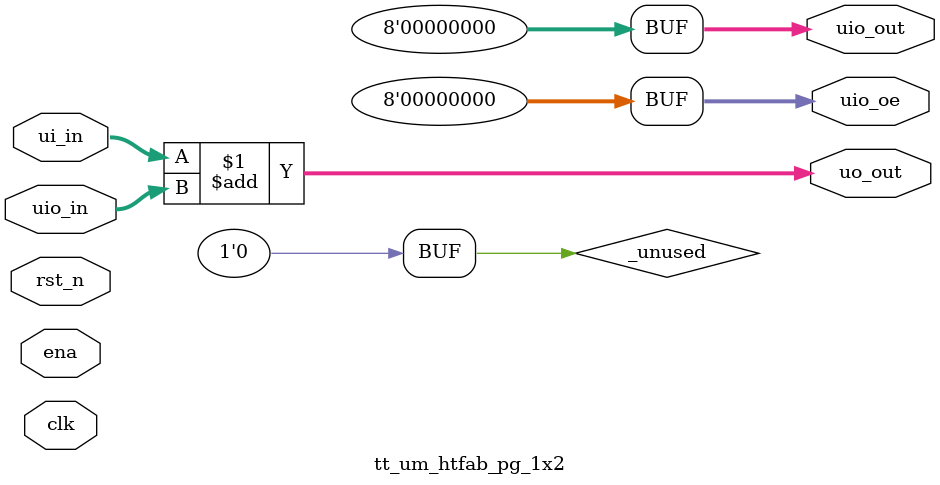
<source format=v>
`default_nettype none

module tt_um_htfab_pg_1x2 (
    input  wire [7:0] ui_in,    // Dedicated inputs
    output wire [7:0] uo_out,   // Dedicated outputs
    input  wire [7:0] uio_in,   // IOs: Input path
    output wire [7:0] uio_out,  // IOs: Output path
    output wire [7:0] uio_oe,   // IOs: Enable path (active high: 0=input, 1=output)
    input  wire       ena,      // always 1 when the design is powered, so you can ignore it
    input  wire       clk,      // clock
    input  wire       rst_n     // reset_n - low to reset
);

  // All output pins must be assigned. If not used, assign to 0.
  assign uo_out  = ui_in + uio_in;  // Example: ou_out is the sum of ui_in and uio_in
  assign uio_out = 0;
  assign uio_oe  = 0;

  // List all unused inputs to prevent warnings
  wire _unused = &{ena, clk, rst_n, 1'b0};

endmodule

</source>
